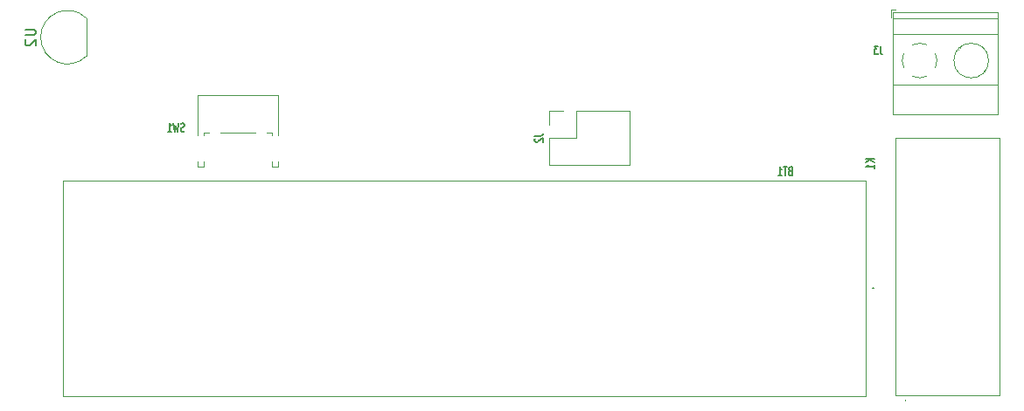
<source format=gbr>
%TF.GenerationSoftware,KiCad,Pcbnew,7.0.2*%
%TF.CreationDate,2023-05-29T21:50:56+03:00*%
%TF.ProjectId,greenhouse-doc,67726565-6e68-46f7-9573-652d646f632e,rev?*%
%TF.SameCoordinates,Original*%
%TF.FileFunction,Legend,Bot*%
%TF.FilePolarity,Positive*%
%FSLAX46Y46*%
G04 Gerber Fmt 4.6, Leading zero omitted, Abs format (unit mm)*
G04 Created by KiCad (PCBNEW 7.0.2) date 2023-05-29 21:50:56*
%MOMM*%
%LPD*%
G01*
G04 APERTURE LIST*
%ADD10C,0.150000*%
%ADD11C,0.120000*%
%ADD12C,0.200000*%
%ADD13C,0.100000*%
G04 APERTURE END LIST*
D10*
%TO.C,U2*%
X70902619Y-81468095D02*
X71712142Y-81468095D01*
X71712142Y-81468095D02*
X71807380Y-81515714D01*
X71807380Y-81515714D02*
X71855000Y-81563333D01*
X71855000Y-81563333D02*
X71902619Y-81658571D01*
X71902619Y-81658571D02*
X71902619Y-81849047D01*
X71902619Y-81849047D02*
X71855000Y-81944285D01*
X71855000Y-81944285D02*
X71807380Y-81991904D01*
X71807380Y-81991904D02*
X71712142Y-82039523D01*
X71712142Y-82039523D02*
X70902619Y-82039523D01*
X70997857Y-82468095D02*
X70950238Y-82515714D01*
X70950238Y-82515714D02*
X70902619Y-82610952D01*
X70902619Y-82610952D02*
X70902619Y-82849047D01*
X70902619Y-82849047D02*
X70950238Y-82944285D01*
X70950238Y-82944285D02*
X70997857Y-82991904D01*
X70997857Y-82991904D02*
X71093095Y-83039523D01*
X71093095Y-83039523D02*
X71188333Y-83039523D01*
X71188333Y-83039523D02*
X71331190Y-82991904D01*
X71331190Y-82991904D02*
X71902619Y-82420476D01*
X71902619Y-82420476D02*
X71902619Y-83039523D01*
%TO.C,BT1*%
X144971428Y-95201047D02*
X144885714Y-95239142D01*
X144885714Y-95239142D02*
X144857143Y-95277238D01*
X144857143Y-95277238D02*
X144828571Y-95353428D01*
X144828571Y-95353428D02*
X144828571Y-95467714D01*
X144828571Y-95467714D02*
X144857143Y-95543904D01*
X144857143Y-95543904D02*
X144885714Y-95582000D01*
X144885714Y-95582000D02*
X144942857Y-95620095D01*
X144942857Y-95620095D02*
X145171428Y-95620095D01*
X145171428Y-95620095D02*
X145171428Y-94820095D01*
X145171428Y-94820095D02*
X144971428Y-94820095D01*
X144971428Y-94820095D02*
X144914286Y-94858190D01*
X144914286Y-94858190D02*
X144885714Y-94896285D01*
X144885714Y-94896285D02*
X144857143Y-94972476D01*
X144857143Y-94972476D02*
X144857143Y-95048666D01*
X144857143Y-95048666D02*
X144885714Y-95124857D01*
X144885714Y-95124857D02*
X144914286Y-95162952D01*
X144914286Y-95162952D02*
X144971428Y-95201047D01*
X144971428Y-95201047D02*
X145171428Y-95201047D01*
X144657143Y-94820095D02*
X144314286Y-94820095D01*
X144485714Y-95620095D02*
X144485714Y-94820095D01*
X143800000Y-95620095D02*
X144142857Y-95620095D01*
X143971428Y-95620095D02*
X143971428Y-94820095D01*
X143971428Y-94820095D02*
X144028571Y-94934380D01*
X144028571Y-94934380D02*
X144085714Y-95010571D01*
X144085714Y-95010571D02*
X144142857Y-95048666D01*
%TO.C,J3*%
X153700000Y-83070095D02*
X153700000Y-83641523D01*
X153700000Y-83641523D02*
X153728571Y-83755809D01*
X153728571Y-83755809D02*
X153785714Y-83832000D01*
X153785714Y-83832000D02*
X153871428Y-83870095D01*
X153871428Y-83870095D02*
X153928571Y-83870095D01*
X153471428Y-83070095D02*
X153100000Y-83070095D01*
X153100000Y-83070095D02*
X153300000Y-83374857D01*
X153300000Y-83374857D02*
X153214285Y-83374857D01*
X153214285Y-83374857D02*
X153157143Y-83412952D01*
X153157143Y-83412952D02*
X153128571Y-83451047D01*
X153128571Y-83451047D02*
X153100000Y-83527238D01*
X153100000Y-83527238D02*
X153100000Y-83717714D01*
X153100000Y-83717714D02*
X153128571Y-83793904D01*
X153128571Y-83793904D02*
X153157143Y-83832000D01*
X153157143Y-83832000D02*
X153214285Y-83870095D01*
X153214285Y-83870095D02*
X153385714Y-83870095D01*
X153385714Y-83870095D02*
X153442857Y-83832000D01*
X153442857Y-83832000D02*
X153471428Y-83793904D01*
%TO.C,K1*%
X153120095Y-94057143D02*
X152320095Y-94057143D01*
X153120095Y-94400000D02*
X152662952Y-94142857D01*
X152320095Y-94400000D02*
X152777238Y-94057143D01*
X153120095Y-94971428D02*
X153120095Y-94628571D01*
X153120095Y-94800000D02*
X152320095Y-94800000D01*
X152320095Y-94800000D02*
X152434380Y-94742857D01*
X152434380Y-94742857D02*
X152510571Y-94685714D01*
X152510571Y-94685714D02*
X152548666Y-94628571D01*
%TO.C,SW1*%
X86300000Y-91342000D02*
X86214286Y-91380095D01*
X86214286Y-91380095D02*
X86071428Y-91380095D01*
X86071428Y-91380095D02*
X86014286Y-91342000D01*
X86014286Y-91342000D02*
X85985714Y-91303904D01*
X85985714Y-91303904D02*
X85957143Y-91227714D01*
X85957143Y-91227714D02*
X85957143Y-91151523D01*
X85957143Y-91151523D02*
X85985714Y-91075333D01*
X85985714Y-91075333D02*
X86014286Y-91037238D01*
X86014286Y-91037238D02*
X86071428Y-90999142D01*
X86071428Y-90999142D02*
X86185714Y-90961047D01*
X86185714Y-90961047D02*
X86242857Y-90922952D01*
X86242857Y-90922952D02*
X86271428Y-90884857D01*
X86271428Y-90884857D02*
X86300000Y-90808666D01*
X86300000Y-90808666D02*
X86300000Y-90732476D01*
X86300000Y-90732476D02*
X86271428Y-90656285D01*
X86271428Y-90656285D02*
X86242857Y-90618190D01*
X86242857Y-90618190D02*
X86185714Y-90580095D01*
X86185714Y-90580095D02*
X86042857Y-90580095D01*
X86042857Y-90580095D02*
X85957143Y-90618190D01*
X85757142Y-90580095D02*
X85614285Y-91380095D01*
X85614285Y-91380095D02*
X85499999Y-90808666D01*
X85499999Y-90808666D02*
X85385714Y-91380095D01*
X85385714Y-91380095D02*
X85242857Y-90580095D01*
X84700000Y-91380095D02*
X85042857Y-91380095D01*
X84871428Y-91380095D02*
X84871428Y-90580095D01*
X84871428Y-90580095D02*
X84928571Y-90694380D01*
X84928571Y-90694380D02*
X84985714Y-90770571D01*
X84985714Y-90770571D02*
X85042857Y-90808666D01*
%TO.C,J2*%
X120215095Y-91794999D02*
X120786523Y-91794999D01*
X120786523Y-91794999D02*
X120900809Y-91766428D01*
X120900809Y-91766428D02*
X120977000Y-91709285D01*
X120977000Y-91709285D02*
X121015095Y-91623571D01*
X121015095Y-91623571D02*
X121015095Y-91566428D01*
X120291285Y-92052142D02*
X120253190Y-92080714D01*
X120253190Y-92080714D02*
X120215095Y-92137857D01*
X120215095Y-92137857D02*
X120215095Y-92280714D01*
X120215095Y-92280714D02*
X120253190Y-92337857D01*
X120253190Y-92337857D02*
X120291285Y-92366428D01*
X120291285Y-92366428D02*
X120367476Y-92394999D01*
X120367476Y-92394999D02*
X120443666Y-92394999D01*
X120443666Y-92394999D02*
X120557952Y-92366428D01*
X120557952Y-92366428D02*
X121015095Y-92023571D01*
X121015095Y-92023571D02*
X121015095Y-92394999D01*
D11*
%TO.C,U2*%
X76850000Y-80430000D02*
X76850000Y-84030000D01*
X72400000Y-82230000D02*
G75*
G03*
X76838478Y-84068478I2600000J0D01*
G01*
X76838478Y-80391522D02*
G75*
G03*
X72400000Y-82230000I-1838478J-1838478D01*
G01*
D12*
%TO.C,BT1*%
X153055000Y-106600000D02*
X153055000Y-106600000D01*
X153055000Y-106600000D02*
X153055000Y-106600000D01*
X152955000Y-106600000D02*
X152955000Y-106600000D01*
D13*
X152255000Y-117050000D02*
X152255000Y-96150000D01*
X152255000Y-96150000D02*
X74555000Y-96150000D01*
X74555000Y-117050000D02*
X152255000Y-117050000D01*
X74555000Y-96150000D02*
X74555000Y-117050000D01*
D12*
X152955000Y-106600000D02*
G75*
G03*
X153055000Y-106600000I50000J0D01*
G01*
X152955000Y-106600000D02*
G75*
G03*
X153055000Y-106600000I50000J0D01*
G01*
X153055000Y-106600000D02*
G75*
G03*
X152955000Y-106600000I-50000J0D01*
G01*
D11*
%TO.C,J3*%
X154700000Y-79595000D02*
X155200000Y-79595000D01*
X154700000Y-80335000D02*
X154700000Y-79595000D01*
X154940000Y-79835000D02*
X165060000Y-79835000D01*
X154940000Y-80395000D02*
X165060000Y-80395000D01*
X154940000Y-81895000D02*
X165060000Y-81895000D01*
X154940000Y-86796000D02*
X165060000Y-86796000D01*
X154940000Y-89756000D02*
X154940000Y-79835000D01*
X154940000Y-89756000D02*
X165060000Y-89756000D01*
X161273000Y-83472000D02*
X161226000Y-83426000D01*
X161466000Y-83256000D02*
X161431000Y-83221000D01*
X163570000Y-85770000D02*
X163535000Y-85734000D01*
X163775000Y-85564000D02*
X163728000Y-85518000D01*
X165060000Y-89756000D02*
X165060000Y-79835000D01*
X155964573Y-83811958D02*
G75*
G03*
X155965000Y-85179000I1535420J-683041D01*
G01*
X157528805Y-82814748D02*
G75*
G03*
X156816000Y-82960001I-28806J-1680253D01*
G01*
X158183318Y-82960244D02*
G75*
G03*
X157500000Y-82815000I-683318J-1534756D01*
G01*
X156816958Y-86030427D02*
G75*
G03*
X158184000Y-86030000I683041J1535420D01*
G01*
X159035427Y-85178042D02*
G75*
G03*
X159035000Y-83811000I-1535431J683041D01*
G01*
X164180000Y-84495000D02*
G75*
G03*
X164180000Y-84495000I-1680000J0D01*
G01*
D13*
%TO.C,K1*%
X156100000Y-117500000D02*
X156100000Y-117500000D01*
X156100000Y-117400000D02*
X156100000Y-117400000D01*
X155200000Y-117000000D02*
X155200000Y-92000000D01*
X165200000Y-117000000D02*
X155200000Y-117000000D01*
X155200000Y-92000000D02*
X165200000Y-92000000D01*
X165200000Y-92000000D02*
X165200000Y-117000000D01*
X156100000Y-117400000D02*
G75*
G03*
X156100000Y-117500000I0J-50000D01*
G01*
X156100000Y-117500000D02*
G75*
G03*
X156100000Y-117400000I0J50000D01*
G01*
D11*
%TO.C,SW1*%
X95360000Y-94820000D02*
X94840000Y-94820000D01*
X95360000Y-94310000D02*
X95360000Y-94820000D01*
X95360000Y-87810000D02*
X95360000Y-91710000D01*
X95360000Y-87810000D02*
X87640000Y-87810000D01*
X94840000Y-94310000D02*
X94840000Y-94820000D01*
X94840000Y-91480000D02*
X94840000Y-91710000D01*
X94840000Y-91480000D02*
X94300000Y-91480000D01*
X93200000Y-91480000D02*
X89800000Y-91480000D01*
X88700000Y-91480000D02*
X88160000Y-91480000D01*
X88160000Y-94820000D02*
X87640000Y-94820000D01*
X88160000Y-94310000D02*
X88160000Y-94820000D01*
X88160000Y-91480000D02*
X88160000Y-91710000D01*
X87640000Y-94310000D02*
X87640000Y-94820000D01*
X87640000Y-87810000D02*
X87640000Y-91710000D01*
%TO.C,J2*%
X129385000Y-89395000D02*
X129385000Y-94595000D01*
X124245000Y-89395000D02*
X129385000Y-89395000D01*
X124245000Y-89395000D02*
X124245000Y-91995000D01*
X122975000Y-89395000D02*
X121645000Y-89395000D01*
X121645000Y-89395000D02*
X121645000Y-90725000D01*
X124245000Y-91995000D02*
X121645000Y-91995000D01*
X121645000Y-91995000D02*
X121645000Y-94595000D01*
X121645000Y-94595000D02*
X129385000Y-94595000D01*
%TD*%
M02*

</source>
